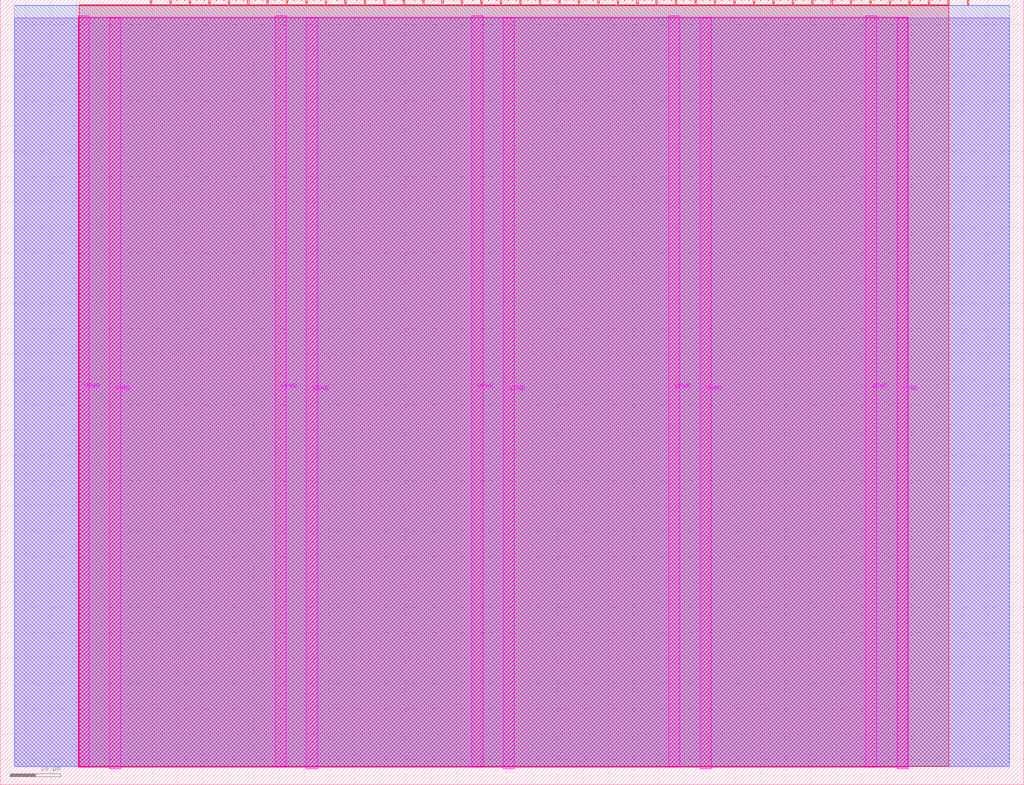
<source format=lef>
VERSION 5.7 ;
  NOWIREEXTENSIONATPIN ON ;
  DIVIDERCHAR "/" ;
  BUSBITCHARS "[]" ;
MACRO tt_um_cic_filter_demo
  CLASS BLOCK ;
  FOREIGN tt_um_cic_filter_demo ;
  ORIGIN 0.000 0.000 ;
  SIZE 202.080 BY 154.980 ;
  PIN VGND
    DIRECTION INOUT ;
    USE GROUND ;
    PORT
      LAYER TopMetal1 ;
        RECT 21.580 3.150 23.780 151.420 ;
    END
    PORT
      LAYER TopMetal1 ;
        RECT 60.450 3.150 62.650 151.420 ;
    END
    PORT
      LAYER TopMetal1 ;
        RECT 99.320 3.150 101.520 151.420 ;
    END
    PORT
      LAYER TopMetal1 ;
        RECT 138.190 3.150 140.390 151.420 ;
    END
    PORT
      LAYER TopMetal1 ;
        RECT 177.060 3.150 179.260 151.420 ;
    END
  END VGND
  PIN VPWR
    DIRECTION INOUT ;
    USE POWER ;
    PORT
      LAYER TopMetal1 ;
        RECT 15.380 3.560 17.580 151.830 ;
    END
    PORT
      LAYER TopMetal1 ;
        RECT 54.250 3.560 56.450 151.830 ;
    END
    PORT
      LAYER TopMetal1 ;
        RECT 93.120 3.560 95.320 151.830 ;
    END
    PORT
      LAYER TopMetal1 ;
        RECT 131.990 3.560 134.190 151.830 ;
    END
    PORT
      LAYER TopMetal1 ;
        RECT 170.860 3.560 173.060 151.830 ;
    END
  END VPWR
  PIN clk
    DIRECTION INPUT ;
    USE SIGNAL ;
    ANTENNAGATEAREA 0.725400 ;
    PORT
      LAYER Metal4 ;
        RECT 187.050 153.980 187.350 154.980 ;
    END
  END clk
  PIN ena
    DIRECTION INPUT ;
    USE SIGNAL ;
    PORT
      LAYER Metal4 ;
        RECT 190.890 153.980 191.190 154.980 ;
    END
  END ena
  PIN rst_n
    DIRECTION INPUT ;
    USE SIGNAL ;
    ANTENNAGATEAREA 2.176200 ;
    PORT
      LAYER Metal4 ;
        RECT 183.210 153.980 183.510 154.980 ;
    END
  END rst_n
  PIN ui_in[0]
    DIRECTION INPUT ;
    USE SIGNAL ;
    ANTENNAGATEAREA 0.180700 ;
    PORT
      LAYER Metal4 ;
        RECT 179.370 153.980 179.670 154.980 ;
    END
  END ui_in[0]
  PIN ui_in[1]
    DIRECTION INPUT ;
    USE SIGNAL ;
    PORT
      LAYER Metal4 ;
        RECT 175.530 153.980 175.830 154.980 ;
    END
  END ui_in[1]
  PIN ui_in[2]
    DIRECTION INPUT ;
    USE SIGNAL ;
    PORT
      LAYER Metal4 ;
        RECT 171.690 153.980 171.990 154.980 ;
    END
  END ui_in[2]
  PIN ui_in[3]
    DIRECTION INPUT ;
    USE SIGNAL ;
    PORT
      LAYER Metal4 ;
        RECT 167.850 153.980 168.150 154.980 ;
    END
  END ui_in[3]
  PIN ui_in[4]
    DIRECTION INPUT ;
    USE SIGNAL ;
    PORT
      LAYER Metal4 ;
        RECT 164.010 153.980 164.310 154.980 ;
    END
  END ui_in[4]
  PIN ui_in[5]
    DIRECTION INPUT ;
    USE SIGNAL ;
    PORT
      LAYER Metal4 ;
        RECT 160.170 153.980 160.470 154.980 ;
    END
  END ui_in[5]
  PIN ui_in[6]
    DIRECTION INPUT ;
    USE SIGNAL ;
    PORT
      LAYER Metal4 ;
        RECT 156.330 153.980 156.630 154.980 ;
    END
  END ui_in[6]
  PIN ui_in[7]
    DIRECTION INPUT ;
    USE SIGNAL ;
    PORT
      LAYER Metal4 ;
        RECT 152.490 153.980 152.790 154.980 ;
    END
  END ui_in[7]
  PIN uio_in[0]
    DIRECTION INPUT ;
    USE SIGNAL ;
    PORT
      LAYER Metal4 ;
        RECT 148.650 153.980 148.950 154.980 ;
    END
  END uio_in[0]
  PIN uio_in[1]
    DIRECTION INPUT ;
    USE SIGNAL ;
    PORT
      LAYER Metal4 ;
        RECT 144.810 153.980 145.110 154.980 ;
    END
  END uio_in[1]
  PIN uio_in[2]
    DIRECTION INPUT ;
    USE SIGNAL ;
    PORT
      LAYER Metal4 ;
        RECT 140.970 153.980 141.270 154.980 ;
    END
  END uio_in[2]
  PIN uio_in[3]
    DIRECTION INPUT ;
    USE SIGNAL ;
    PORT
      LAYER Metal4 ;
        RECT 137.130 153.980 137.430 154.980 ;
    END
  END uio_in[3]
  PIN uio_in[4]
    DIRECTION INPUT ;
    USE SIGNAL ;
    PORT
      LAYER Metal4 ;
        RECT 133.290 153.980 133.590 154.980 ;
    END
  END uio_in[4]
  PIN uio_in[5]
    DIRECTION INPUT ;
    USE SIGNAL ;
    PORT
      LAYER Metal4 ;
        RECT 129.450 153.980 129.750 154.980 ;
    END
  END uio_in[5]
  PIN uio_in[6]
    DIRECTION INPUT ;
    USE SIGNAL ;
    PORT
      LAYER Metal4 ;
        RECT 125.610 153.980 125.910 154.980 ;
    END
  END uio_in[6]
  PIN uio_in[7]
    DIRECTION INPUT ;
    USE SIGNAL ;
    PORT
      LAYER Metal4 ;
        RECT 121.770 153.980 122.070 154.980 ;
    END
  END uio_in[7]
  PIN uio_oe[0]
    DIRECTION OUTPUT ;
    USE SIGNAL ;
    ANTENNADIFFAREA 0.299200 ;
    PORT
      LAYER Metal4 ;
        RECT 56.490 153.980 56.790 154.980 ;
    END
  END uio_oe[0]
  PIN uio_oe[1]
    DIRECTION OUTPUT ;
    USE SIGNAL ;
    ANTENNADIFFAREA 0.299200 ;
    PORT
      LAYER Metal4 ;
        RECT 52.650 153.980 52.950 154.980 ;
    END
  END uio_oe[1]
  PIN uio_oe[2]
    DIRECTION OUTPUT ;
    USE SIGNAL ;
    ANTENNADIFFAREA 0.299200 ;
    PORT
      LAYER Metal4 ;
        RECT 48.810 153.980 49.110 154.980 ;
    END
  END uio_oe[2]
  PIN uio_oe[3]
    DIRECTION OUTPUT ;
    USE SIGNAL ;
    ANTENNADIFFAREA 0.299200 ;
    PORT
      LAYER Metal4 ;
        RECT 44.970 153.980 45.270 154.980 ;
    END
  END uio_oe[3]
  PIN uio_oe[4]
    DIRECTION OUTPUT ;
    USE SIGNAL ;
    ANTENNADIFFAREA 0.299200 ;
    PORT
      LAYER Metal4 ;
        RECT 41.130 153.980 41.430 154.980 ;
    END
  END uio_oe[4]
  PIN uio_oe[5]
    DIRECTION OUTPUT ;
    USE SIGNAL ;
    ANTENNADIFFAREA 0.299200 ;
    PORT
      LAYER Metal4 ;
        RECT 37.290 153.980 37.590 154.980 ;
    END
  END uio_oe[5]
  PIN uio_oe[6]
    DIRECTION OUTPUT ;
    USE SIGNAL ;
    ANTENNADIFFAREA 0.299200 ;
    PORT
      LAYER Metal4 ;
        RECT 33.450 153.980 33.750 154.980 ;
    END
  END uio_oe[6]
  PIN uio_oe[7]
    DIRECTION OUTPUT ;
    USE SIGNAL ;
    ANTENNADIFFAREA 0.299200 ;
    PORT
      LAYER Metal4 ;
        RECT 29.610 153.980 29.910 154.980 ;
    END
  END uio_oe[7]
  PIN uio_out[0]
    DIRECTION OUTPUT ;
    USE SIGNAL ;
    ANTENNADIFFAREA 0.299200 ;
    PORT
      LAYER Metal4 ;
        RECT 87.210 153.980 87.510 154.980 ;
    END
  END uio_out[0]
  PIN uio_out[1]
    DIRECTION OUTPUT ;
    USE SIGNAL ;
    ANTENNADIFFAREA 0.299200 ;
    PORT
      LAYER Metal4 ;
        RECT 83.370 153.980 83.670 154.980 ;
    END
  END uio_out[1]
  PIN uio_out[2]
    DIRECTION OUTPUT ;
    USE SIGNAL ;
    ANTENNADIFFAREA 0.299200 ;
    PORT
      LAYER Metal4 ;
        RECT 79.530 153.980 79.830 154.980 ;
    END
  END uio_out[2]
  PIN uio_out[3]
    DIRECTION OUTPUT ;
    USE SIGNAL ;
    ANTENNADIFFAREA 0.299200 ;
    PORT
      LAYER Metal4 ;
        RECT 75.690 153.980 75.990 154.980 ;
    END
  END uio_out[3]
  PIN uio_out[4]
    DIRECTION OUTPUT ;
    USE SIGNAL ;
    ANTENNADIFFAREA 0.299200 ;
    PORT
      LAYER Metal4 ;
        RECT 71.850 153.980 72.150 154.980 ;
    END
  END uio_out[4]
  PIN uio_out[5]
    DIRECTION OUTPUT ;
    USE SIGNAL ;
    ANTENNADIFFAREA 0.299200 ;
    PORT
      LAYER Metal4 ;
        RECT 68.010 153.980 68.310 154.980 ;
    END
  END uio_out[5]
  PIN uio_out[6]
    DIRECTION OUTPUT ;
    USE SIGNAL ;
    ANTENNADIFFAREA 0.299200 ;
    PORT
      LAYER Metal4 ;
        RECT 64.170 153.980 64.470 154.980 ;
    END
  END uio_out[6]
  PIN uio_out[7]
    DIRECTION OUTPUT ;
    USE SIGNAL ;
    ANTENNADIFFAREA 0.299200 ;
    PORT
      LAYER Metal4 ;
        RECT 60.330 153.980 60.630 154.980 ;
    END
  END uio_out[7]
  PIN uo_out[0]
    DIRECTION OUTPUT ;
    USE SIGNAL ;
    ANTENNAGATEAREA 0.109200 ;
    ANTENNADIFFAREA 0.632400 ;
    PORT
      LAYER Metal4 ;
        RECT 117.930 153.980 118.230 154.980 ;
    END
  END uo_out[0]
  PIN uo_out[1]
    DIRECTION OUTPUT ;
    USE SIGNAL ;
    ANTENNAGATEAREA 0.109200 ;
    ANTENNADIFFAREA 0.632400 ;
    PORT
      LAYER Metal4 ;
        RECT 114.090 153.980 114.390 154.980 ;
    END
  END uo_out[1]
  PIN uo_out[2]
    DIRECTION OUTPUT ;
    USE SIGNAL ;
    ANTENNAGATEAREA 0.109200 ;
    ANTENNADIFFAREA 0.632400 ;
    PORT
      LAYER Metal4 ;
        RECT 110.250 153.980 110.550 154.980 ;
    END
  END uo_out[2]
  PIN uo_out[3]
    DIRECTION OUTPUT ;
    USE SIGNAL ;
    ANTENNAGATEAREA 0.109200 ;
    ANTENNADIFFAREA 0.632400 ;
    PORT
      LAYER Metal4 ;
        RECT 106.410 153.980 106.710 154.980 ;
    END
  END uo_out[3]
  PIN uo_out[4]
    DIRECTION OUTPUT ;
    USE SIGNAL ;
    ANTENNAGATEAREA 0.109200 ;
    ANTENNADIFFAREA 0.632400 ;
    PORT
      LAYER Metal4 ;
        RECT 102.570 153.980 102.870 154.980 ;
    END
  END uo_out[4]
  PIN uo_out[5]
    DIRECTION OUTPUT ;
    USE SIGNAL ;
    ANTENNAGATEAREA 0.109200 ;
    ANTENNADIFFAREA 0.716100 ;
    PORT
      LAYER Metal4 ;
        RECT 98.730 153.980 99.030 154.980 ;
    END
  END uo_out[5]
  PIN uo_out[6]
    DIRECTION OUTPUT ;
    USE SIGNAL ;
    ANTENNAGATEAREA 0.109200 ;
    ANTENNADIFFAREA 0.632400 ;
    PORT
      LAYER Metal4 ;
        RECT 94.890 153.980 95.190 154.980 ;
    END
  END uo_out[6]
  PIN uo_out[7]
    DIRECTION OUTPUT ;
    USE SIGNAL ;
    ANTENNAGATEAREA 0.109200 ;
    ANTENNADIFFAREA 0.632400 ;
    PORT
      LAYER Metal4 ;
        RECT 91.050 153.980 91.350 154.980 ;
    END
  END uo_out[7]
  OBS
      LAYER GatPoly ;
        RECT 2.880 3.630 199.200 151.350 ;
      LAYER Metal1 ;
        RECT 2.880 3.560 199.200 151.420 ;
      LAYER Metal2 ;
        RECT 2.775 3.635 199.305 153.865 ;
      LAYER Metal3 ;
        RECT 2.735 3.680 199.345 153.825 ;
      LAYER Metal4 ;
        RECT 15.560 153.770 29.400 153.980 ;
        RECT 30.120 153.770 33.240 153.980 ;
        RECT 33.960 153.770 37.080 153.980 ;
        RECT 37.800 153.770 40.920 153.980 ;
        RECT 41.640 153.770 44.760 153.980 ;
        RECT 45.480 153.770 48.600 153.980 ;
        RECT 49.320 153.770 52.440 153.980 ;
        RECT 53.160 153.770 56.280 153.980 ;
        RECT 57.000 153.770 60.120 153.980 ;
        RECT 60.840 153.770 63.960 153.980 ;
        RECT 64.680 153.770 67.800 153.980 ;
        RECT 68.520 153.770 71.640 153.980 ;
        RECT 72.360 153.770 75.480 153.980 ;
        RECT 76.200 153.770 79.320 153.980 ;
        RECT 80.040 153.770 83.160 153.980 ;
        RECT 83.880 153.770 87.000 153.980 ;
        RECT 87.720 153.770 90.840 153.980 ;
        RECT 91.560 153.770 94.680 153.980 ;
        RECT 95.400 153.770 98.520 153.980 ;
        RECT 99.240 153.770 102.360 153.980 ;
        RECT 103.080 153.770 106.200 153.980 ;
        RECT 106.920 153.770 110.040 153.980 ;
        RECT 110.760 153.770 113.880 153.980 ;
        RECT 114.600 153.770 117.720 153.980 ;
        RECT 118.440 153.770 121.560 153.980 ;
        RECT 122.280 153.770 125.400 153.980 ;
        RECT 126.120 153.770 129.240 153.980 ;
        RECT 129.960 153.770 133.080 153.980 ;
        RECT 133.800 153.770 136.920 153.980 ;
        RECT 137.640 153.770 140.760 153.980 ;
        RECT 141.480 153.770 144.600 153.980 ;
        RECT 145.320 153.770 148.440 153.980 ;
        RECT 149.160 153.770 152.280 153.980 ;
        RECT 153.000 153.770 156.120 153.980 ;
        RECT 156.840 153.770 159.960 153.980 ;
        RECT 160.680 153.770 163.800 153.980 ;
        RECT 164.520 153.770 167.640 153.980 ;
        RECT 168.360 153.770 171.480 153.980 ;
        RECT 172.200 153.770 175.320 153.980 ;
        RECT 176.040 153.770 179.160 153.980 ;
        RECT 179.880 153.770 183.000 153.980 ;
        RECT 183.720 153.770 186.840 153.980 ;
        RECT 15.560 3.635 187.300 153.770 ;
      LAYER Metal5 ;
        RECT 15.515 3.470 179.125 151.510 ;
  END
END tt_um_cic_filter_demo
END LIBRARY


</source>
